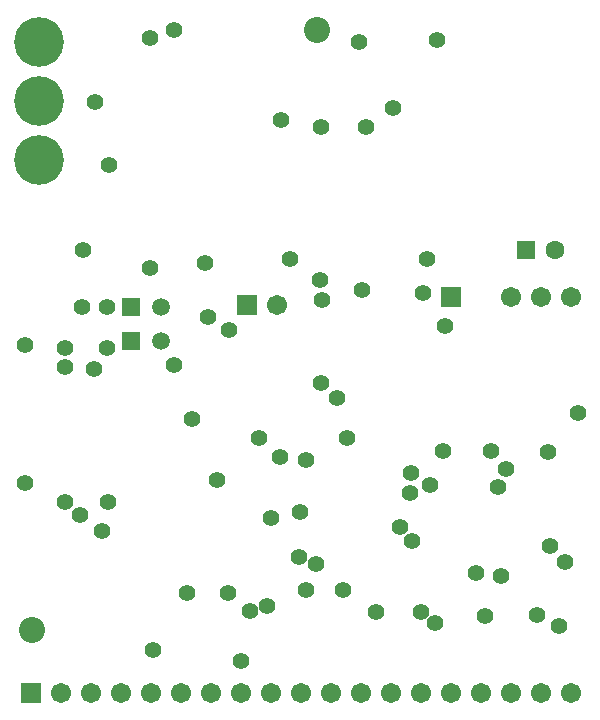
<source format=gbs>
%FSLAX43Y43*%
%MOMM*%
G71*
G01*
G75*
%ADD10R,1.000X0.800*%
%ADD11R,0.800X1.000*%
%ADD12R,1.800X1.600*%
%ADD13R,2.000X6.000*%
%ADD14R,1.600X1.800*%
%ADD15R,1.300X0.850*%
%ADD16R,1.200X2.850*%
%ADD17O,2.000X1.000*%
%ADD18R,2.000X1.000*%
%ADD19C,0.125*%
%ADD20R,1.700X0.600*%
%ADD21R,1.700X0.600*%
%ADD22R,0.600X2.200*%
%ADD23R,0.600X2.200*%
%ADD24R,1.450X0.550*%
%ADD25R,1.450X0.550*%
%ADD26R,0.600X2.150*%
%ADD27R,0.600X2.150*%
%ADD28C,0.500*%
%ADD29C,0.400*%
%ADD30C,0.600*%
%ADD31C,1.000*%
%ADD32C,1.500*%
%ADD33C,2.000*%
%ADD34R,1.500X1.500*%
%ADD35R,1.300X1.300*%
%ADD36C,1.300*%
%ADD37C,4.000*%
%ADD38C,1.400*%
%ADD39R,1.400X1.400*%
%ADD40C,1.200*%
%ADD41C,0.300*%
%ADD42R,1.203X1.003*%
%ADD43R,1.003X1.203*%
%ADD44R,2.003X1.803*%
%ADD45R,2.203X6.203*%
%ADD46R,1.803X2.003*%
%ADD47R,1.503X1.053*%
%ADD48R,1.403X3.053*%
%ADD49O,2.203X1.203*%
%ADD50R,2.203X1.203*%
%ADD51R,1.903X0.803*%
%ADD52R,1.903X0.803*%
%ADD53R,0.803X2.403*%
%ADD54R,0.803X2.403*%
%ADD55R,1.653X0.753*%
%ADD56R,1.653X0.753*%
%ADD57R,0.803X2.353*%
%ADD58R,0.803X2.353*%
%ADD59C,1.703*%
%ADD60C,2.203*%
%ADD61R,1.703X1.703*%
%ADD62R,1.503X1.503*%
%ADD63C,1.503*%
%ADD64C,4.203*%
%ADD65C,1.603*%
%ADD66R,1.603X1.603*%
%ADD67C,1.403*%
D59*
X42740Y7100D02*
D03*
X32580D02*
D03*
X45280D02*
D03*
X22910Y39937D02*
D03*
X42772Y40591D02*
D03*
X45312D02*
D03*
X47852D02*
D03*
X35120Y7100D02*
D03*
X4640D02*
D03*
X7180D02*
D03*
X9720D02*
D03*
X12260D02*
D03*
X14800D02*
D03*
X17340D02*
D03*
X19880D02*
D03*
X22420D02*
D03*
X24960D02*
D03*
X27500D02*
D03*
X30040D02*
D03*
X37660D02*
D03*
X40200D02*
D03*
X47820D02*
D03*
D60*
X26300Y63250D02*
D03*
X2200Y12375D02*
D03*
D61*
X20370Y39937D02*
D03*
X37692Y40591D02*
D03*
X2100Y7100D02*
D03*
D62*
X10608Y36888D02*
D03*
Y39763D02*
D03*
D63*
X13108Y36888D02*
D03*
Y39763D02*
D03*
D64*
X2800Y62200D02*
D03*
Y57200D02*
D03*
Y52200D02*
D03*
D65*
X46486Y44592D02*
D03*
D66*
X43986D02*
D03*
D67*
X23275Y55600D02*
D03*
X26725Y40325D02*
D03*
X22425Y21900D02*
D03*
X14225Y63250D02*
D03*
X14200Y34825D02*
D03*
X16875Y43475D02*
D03*
X12175Y43100D02*
D03*
X1638Y24825D02*
D03*
Y36525D02*
D03*
X40575Y13600D02*
D03*
X44925Y13725D02*
D03*
X41884Y16984D02*
D03*
X45875Y27475D02*
D03*
X28875Y28713D02*
D03*
X48400Y30825D02*
D03*
X34375Y19975D02*
D03*
X35100Y13925D02*
D03*
X31325Y13975D02*
D03*
X24825Y18625D02*
D03*
X28525Y15800D02*
D03*
X28000Y32050D02*
D03*
X25375Y26850D02*
D03*
X17879Y25121D02*
D03*
X21440Y28698D02*
D03*
X18800Y15550D02*
D03*
X20650Y14000D02*
D03*
X25375Y15825D02*
D03*
X19925Y9800D02*
D03*
X15350Y15550D02*
D03*
X22125Y14450D02*
D03*
X46850Y12725D02*
D03*
X47310Y18200D02*
D03*
X46040Y19550D02*
D03*
X39825Y17200D02*
D03*
X41625Y24550D02*
D03*
X26225Y18025D02*
D03*
X17100Y38925D02*
D03*
X18850Y37850D02*
D03*
X24025Y43850D02*
D03*
X26600Y42075D02*
D03*
X37150Y38150D02*
D03*
X35625Y43825D02*
D03*
X15775Y30300D02*
D03*
X35325Y40950D02*
D03*
X30100Y41200D02*
D03*
X8705Y51820D02*
D03*
X26675Y54975D02*
D03*
X32758Y56617D02*
D03*
X36450Y62388D02*
D03*
X29925Y62225D02*
D03*
X30475Y55025D02*
D03*
X24925Y22400D02*
D03*
X33325Y21175D02*
D03*
X41050Y27600D02*
D03*
X42350Y26025D02*
D03*
X37025Y27575D02*
D03*
X36350Y13025D02*
D03*
X12425Y10750D02*
D03*
X35925Y24700D02*
D03*
X8125Y20800D02*
D03*
X7450Y34500D02*
D03*
X5000Y34650D02*
D03*
X6425Y39750D02*
D03*
X8575D02*
D03*
X8550Y36300D02*
D03*
X5025Y36250D02*
D03*
X34225Y24050D02*
D03*
X6275Y22125D02*
D03*
X8625Y23225D02*
D03*
X26650Y33325D02*
D03*
X23225Y27025D02*
D03*
X4950Y23225D02*
D03*
X34300Y25750D02*
D03*
X7500Y57100D02*
D03*
X12225Y62550D02*
D03*
X6500Y44550D02*
D03*
M02*

</source>
